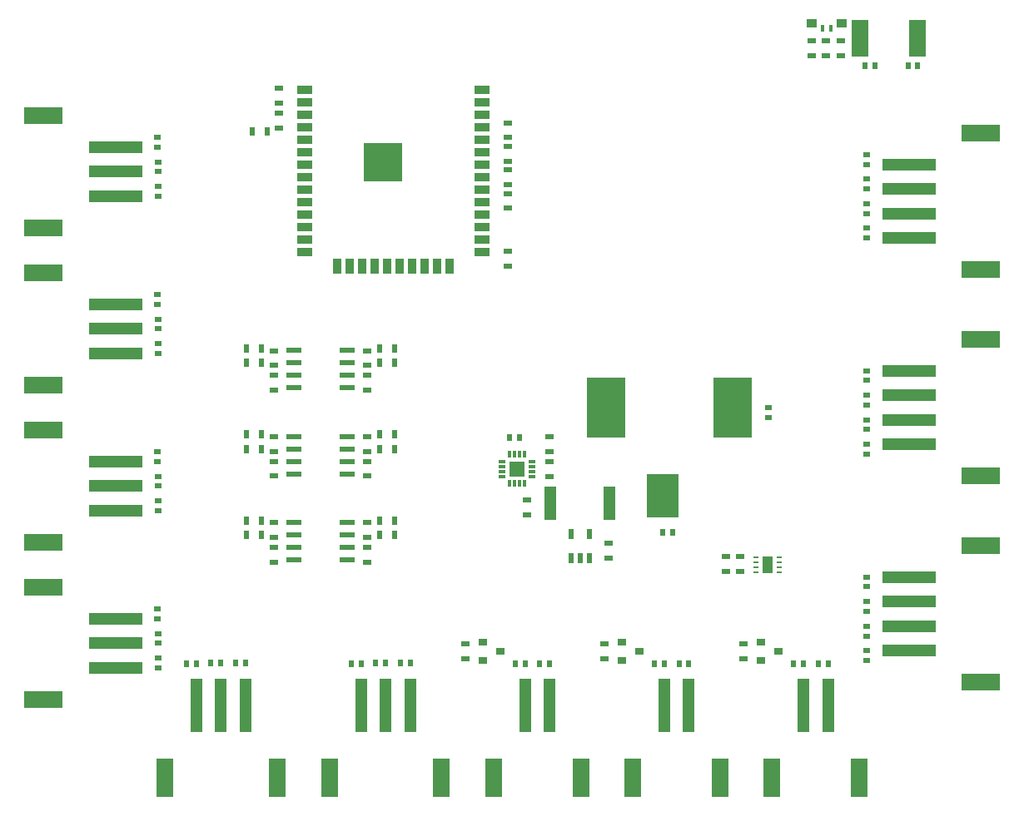
<source format=gtp>
%FSLAX25Y25*%
%MOIN*%
G70*
G01*
G75*
G04 Layer_Color=8421504*
%ADD10C,0.00787*%
%ADD11R,0.02362X0.03543*%
%ADD12R,0.03543X0.02362*%
%ADD13R,0.07087X0.03543*%
%ADD14R,0.15354X0.07087*%
%ADD15R,0.21654X0.05118*%
%ADD16R,0.02756X0.02362*%
%ADD17R,0.03937X0.06693*%
%ADD18R,0.02165X0.00984*%
%ADD19R,0.02362X0.02756*%
%ADD20R,0.03827X0.03158*%
%ADD21R,0.06693X0.06693*%
%ADD22R,0.03150X0.01181*%
%ADD23R,0.01181X0.03150*%
%ADD24R,0.06102X0.02362*%
%ADD25R,0.03543X0.05906*%
%ADD26R,0.05906X0.03543*%
%ADD27R,0.19685X0.19685*%
%ADD28R,0.06693X0.14567*%
%ADD29R,0.07087X0.29528*%
%ADD30R,0.03937X0.03543*%
%ADD31R,0.01575X0.03150*%
%ADD32R,0.15354X0.24410*%
%ADD33R,0.12992X0.17323*%
%ADD34R,0.07087X0.15354*%
%ADD35R,0.05118X0.21654*%
%ADD36C,0.03150*%
%ADD37R,0.04921X0.04803*%
%ADD38R,0.02756X0.05118*%
%ADD39R,0.04724X0.13386*%
%ADD40R,0.02362X0.04134*%
%ADD41C,0.02362*%
%ADD42C,0.02559*%
%ADD43C,0.01181*%
%ADD44C,0.00984*%
%ADD45C,0.03543*%
%ADD46C,0.01575*%
%ADD47C,0.03150*%
%ADD48C,0.04724*%
%ADD49C,0.02756*%
%ADD50C,0.02165*%
%ADD51C,0.01772*%
%ADD52R,0.06200X0.09744*%
%ADD53R,0.06200X0.17300*%
%ADD54R,0.04035X0.13976*%
%ADD55R,0.13976X0.04035*%
%ADD56C,0.07874*%
%ADD57C,0.06299*%
%ADD58C,0.03543*%
%ADD59C,0.09055*%
%ADD60O,0.15748X0.29134*%
%ADD61C,0.11811*%
%ADD62C,0.02559*%
%ADD63C,0.04000*%
%ADD64C,0.10630*%
%ADD65C,0.06693*%
%ADD66C,0.12008*%
%ADD67O,0.18504X0.31890*%
%ADD68C,0.14567*%
%ADD69C,0.03543*%
%ADD70C,0.01969*%
%ADD71R,0.19685X0.11811*%
%ADD72R,0.11811X0.19685*%
%ADD73R,0.03937X0.03937*%
%ADD74R,0.19685X0.19685*%
%ADD75R,0.17421X0.08465*%
%ADD76R,0.17815X0.04429*%
%ADD77R,0.17815X0.04429*%
%ADD78R,0.17421X0.08465*%
%ADD79R,0.17815X0.04429*%
%ADD80R,0.17421X0.08465*%
%ADD81R,0.17421X0.08465*%
%ADD82R,0.17815X0.04429*%
%ADD83R,0.04429X0.17815*%
%ADD84R,0.04429X0.17815*%
%ADD85R,0.04429X0.16043*%
%ADD86R,0.17913X0.15157*%
%ADD87C,0.01000*%
%ADD88C,0.00100*%
%ADD89C,0.00394*%
%ADD90R,0.06299X0.06299*%
%ADD91R,0.15748X0.15748*%
D11*
X-47047Y-10827D02*
D03*
X-52953D02*
D03*
X-47047Y-16535D02*
D03*
X-52953D02*
D03*
X-47047Y23622D02*
D03*
X-52953D02*
D03*
X-47047Y17913D02*
D03*
X-52953D02*
D03*
X-47047Y-45276D02*
D03*
X-52953D02*
D03*
X-47047Y-50984D02*
D03*
X-52953D02*
D03*
X-104035Y110630D02*
D03*
X-98130D02*
D03*
X-100492Y-50984D02*
D03*
X-106398D02*
D03*
X-100492Y-16535D02*
D03*
X-106398D02*
D03*
X-100492Y17913D02*
D03*
X-106398D02*
D03*
X-100492Y-45276D02*
D03*
X-106398D02*
D03*
X-100492Y-10827D02*
D03*
X-106398D02*
D03*
X-100492Y23622D02*
D03*
X-106398D02*
D03*
D12*
X-57972Y-11713D02*
D03*
Y-17618D02*
D03*
Y-27461D02*
D03*
Y-21555D02*
D03*
X-57972Y22736D02*
D03*
Y16831D02*
D03*
Y6988D02*
D03*
Y12894D02*
D03*
X-57973Y-46161D02*
D03*
Y-52067D02*
D03*
Y-61910D02*
D03*
Y-56004D02*
D03*
X85630Y-65551D02*
D03*
Y-59646D02*
D03*
X-1575Y98721D02*
D03*
Y104626D02*
D03*
Y108169D02*
D03*
Y114075D02*
D03*
Y85728D02*
D03*
Y79823D02*
D03*
Y89272D02*
D03*
Y95177D02*
D03*
X37008Y-100591D02*
D03*
Y-94685D02*
D03*
X-18701Y-100591D02*
D03*
Y-94685D02*
D03*
X92717Y-100591D02*
D03*
Y-94685D02*
D03*
X-93504Y121949D02*
D03*
Y127854D02*
D03*
Y118012D02*
D03*
Y112106D02*
D03*
X-1870Y56595D02*
D03*
Y62500D02*
D03*
X14968Y-11807D02*
D03*
Y-17713D02*
D03*
Y-27555D02*
D03*
Y-21650D02*
D03*
X-95472Y-61910D02*
D03*
Y-56004D02*
D03*
X-95473Y-27461D02*
D03*
Y-21555D02*
D03*
X-95473Y6988D02*
D03*
Y12894D02*
D03*
X-95472Y-52067D02*
D03*
Y-46161D02*
D03*
X-95473Y-17618D02*
D03*
Y-11713D02*
D03*
X-95473Y16831D02*
D03*
Y22736D02*
D03*
X120079Y146850D02*
D03*
Y140945D02*
D03*
X125787Y146850D02*
D03*
Y140945D02*
D03*
X131496Y146850D02*
D03*
Y140945D02*
D03*
X5815Y-37004D02*
D03*
Y-42909D02*
D03*
X38583Y-54331D02*
D03*
Y-60236D02*
D03*
X91339Y-59646D02*
D03*
Y-65551D02*
D03*
D14*
X187598Y-27362D02*
D03*
Y27362D02*
D03*
Y-55315D02*
D03*
Y-110039D02*
D03*
X-187598Y116929D02*
D03*
Y72047D02*
D03*
Y-72047D02*
D03*
Y-116929D02*
D03*
Y53937D02*
D03*
Y9055D02*
D03*
Y-9055D02*
D03*
Y-53937D02*
D03*
X187598Y110039D02*
D03*
Y55315D02*
D03*
D15*
X158858Y4921D02*
D03*
Y-4921D02*
D03*
Y-14764D02*
D03*
Y14764D02*
D03*
Y-67913D02*
D03*
Y-97441D02*
D03*
Y-87598D02*
D03*
Y-77756D02*
D03*
X-158858Y84646D02*
D03*
Y94488D02*
D03*
Y104331D02*
D03*
Y-104331D02*
D03*
Y-94488D02*
D03*
Y-84646D02*
D03*
Y21654D02*
D03*
Y31496D02*
D03*
Y41339D02*
D03*
Y-41339D02*
D03*
Y-31496D02*
D03*
Y-21654D02*
D03*
X158858Y97441D02*
D03*
Y67913D02*
D03*
Y77756D02*
D03*
Y87598D02*
D03*
D16*
X141831Y-67914D02*
D03*
Y-71851D02*
D03*
X142028Y-81693D02*
D03*
Y-77756D02*
D03*
Y-91536D02*
D03*
Y-87599D02*
D03*
Y-101378D02*
D03*
Y-97441D02*
D03*
X142027Y71850D02*
D03*
Y67913D02*
D03*
Y81693D02*
D03*
Y77756D02*
D03*
X141831Y91535D02*
D03*
Y87598D02*
D03*
Y97441D02*
D03*
Y101378D02*
D03*
X141831Y14764D02*
D03*
Y10827D02*
D03*
X142028Y984D02*
D03*
Y4921D02*
D03*
Y-8858D02*
D03*
Y-4921D02*
D03*
Y-18701D02*
D03*
Y-14764D02*
D03*
X-141831Y84646D02*
D03*
Y88583D02*
D03*
Y94488D02*
D03*
Y98425D02*
D03*
X-142028Y108268D02*
D03*
Y104331D02*
D03*
X102559Y-3937D02*
D03*
Y-0D02*
D03*
X-141831Y-104331D02*
D03*
Y-100394D02*
D03*
Y21654D02*
D03*
Y25591D02*
D03*
Y-41339D02*
D03*
Y-37402D02*
D03*
Y-94488D02*
D03*
Y-90551D02*
D03*
Y31496D02*
D03*
Y35433D02*
D03*
Y-31496D02*
D03*
Y-27559D02*
D03*
X-142028Y-80709D02*
D03*
Y-84646D02*
D03*
Y45276D02*
D03*
Y41339D02*
D03*
Y-17717D02*
D03*
Y-21654D02*
D03*
D17*
X102362Y-62992D02*
D03*
D18*
X97736Y-65945D02*
D03*
Y-63976D02*
D03*
Y-62008D02*
D03*
Y-60039D02*
D03*
X106988D02*
D03*
Y-62008D02*
D03*
Y-63976D02*
D03*
Y-65945D02*
D03*
D19*
X56988Y-102657D02*
D03*
X60925D02*
D03*
X66831D02*
D03*
X70768D02*
D03*
X11122D02*
D03*
X15059D02*
D03*
X1279D02*
D03*
X5216D02*
D03*
X122539D02*
D03*
X126476D02*
D03*
X112697D02*
D03*
X116634D02*
D03*
X-40846Y-102461D02*
D03*
X-44783D02*
D03*
X-50689D02*
D03*
X-54626D02*
D03*
X-64469Y-102657D02*
D03*
X-60531D02*
D03*
X-106791Y-102461D02*
D03*
X-110728D02*
D03*
X-116634D02*
D03*
X-120571D02*
D03*
X-130413Y-102657D02*
D03*
X-126476D02*
D03*
X64370Y-50000D02*
D03*
X60433D02*
D03*
X141339Y136811D02*
D03*
X145275D02*
D03*
X162402Y136811D02*
D03*
X158465D02*
D03*
X-1083Y-12008D02*
D03*
X2854D02*
D03*
D20*
X44055Y-93897D02*
D03*
Y-101378D02*
D03*
X51024Y-97638D02*
D03*
X-11654Y-93897D02*
D03*
Y-101378D02*
D03*
X-4685Y-97638D02*
D03*
X99764Y-93897D02*
D03*
Y-101378D02*
D03*
X106732Y-97638D02*
D03*
D22*
X-3929Y-27555D02*
D03*
Y-25587D02*
D03*
Y-23618D02*
D03*
Y-21650D02*
D03*
X7882D02*
D03*
Y-23618D02*
D03*
Y-25587D02*
D03*
Y-27555D02*
D03*
D23*
X-976Y-18697D02*
D03*
X992D02*
D03*
X2961D02*
D03*
X4929D02*
D03*
Y-30508D02*
D03*
X2961D02*
D03*
X992D02*
D03*
X-976D02*
D03*
D24*
X-66142Y-61043D02*
D03*
Y-56043D02*
D03*
Y-51043D02*
D03*
Y-46043D02*
D03*
X-87402Y-61043D02*
D03*
Y-56043D02*
D03*
Y-51043D02*
D03*
Y-46043D02*
D03*
X-66142Y-26595D02*
D03*
Y-21595D02*
D03*
Y-16595D02*
D03*
Y-11595D02*
D03*
X-87401Y-26595D02*
D03*
Y-21595D02*
D03*
Y-16595D02*
D03*
Y-11595D02*
D03*
X-66142Y7854D02*
D03*
Y12854D02*
D03*
Y17854D02*
D03*
Y22854D02*
D03*
X-87401Y7854D02*
D03*
Y12854D02*
D03*
Y17854D02*
D03*
Y22854D02*
D03*
D25*
X-25138Y56595D02*
D03*
X-30138D02*
D03*
X-35138D02*
D03*
X-40138D02*
D03*
X-45138D02*
D03*
X-50138D02*
D03*
X-55138D02*
D03*
X-60138D02*
D03*
X-65138D02*
D03*
X-70138D02*
D03*
D03*
D26*
X-83071Y62461D02*
D03*
Y67461D02*
D03*
Y72461D02*
D03*
Y77461D02*
D03*
Y82461D02*
D03*
Y87461D02*
D03*
Y92461D02*
D03*
Y97461D02*
D03*
Y102461D02*
D03*
Y107461D02*
D03*
Y112461D02*
D03*
Y117461D02*
D03*
Y122461D02*
D03*
Y127461D02*
D03*
X-12205Y62461D02*
D03*
Y67461D02*
D03*
Y72461D02*
D03*
Y77461D02*
D03*
Y82461D02*
D03*
Y87461D02*
D03*
Y92461D02*
D03*
Y97461D02*
D03*
Y102461D02*
D03*
Y107461D02*
D03*
Y112461D02*
D03*
Y117461D02*
D03*
Y122461D02*
D03*
Y127461D02*
D03*
D28*
X162402Y148130D02*
D03*
X139173D02*
D03*
D30*
X131890Y153839D02*
D03*
X120079D02*
D03*
D31*
X127559Y152067D02*
D03*
X124409D02*
D03*
D32*
X88386Y0D02*
D03*
X37598D02*
D03*
D33*
X60433Y-35236D02*
D03*
D34*
X104035Y-148228D02*
D03*
X139075D02*
D03*
X48228D02*
D03*
X83268D02*
D03*
X-7382D02*
D03*
X27657D02*
D03*
X-73130D02*
D03*
X-28248D02*
D03*
X-139075D02*
D03*
X-94193D02*
D03*
D35*
X126476Y-119488D02*
D03*
X116634D02*
D03*
X70669D02*
D03*
X60827D02*
D03*
X15059D02*
D03*
X5217D02*
D03*
X-40846D02*
D03*
X-50689D02*
D03*
X-60531D02*
D03*
X-106791D02*
D03*
X-116634D02*
D03*
X-126476D02*
D03*
D39*
X15453Y-38484D02*
D03*
X39075D02*
D03*
D40*
X23524Y-60236D02*
D03*
X27264D02*
D03*
X31004D02*
D03*
Y-50590D02*
D03*
X23524D02*
D03*
D90*
X1976Y-24602D02*
D03*
D91*
X-51693Y98366D02*
D03*
M02*

</source>
